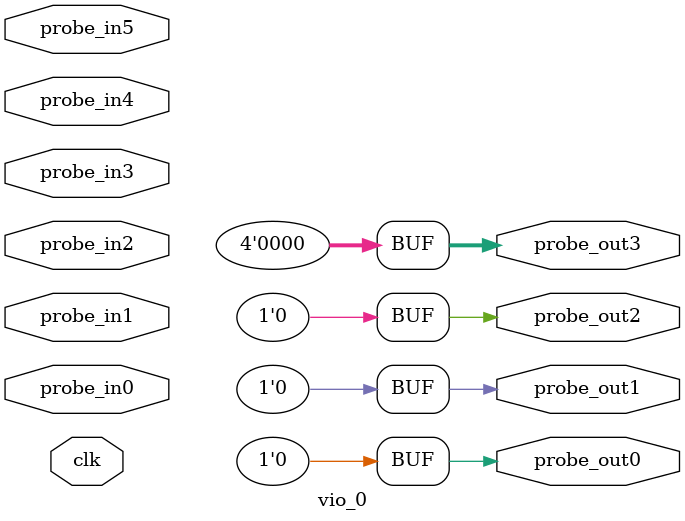
<source format=v>
`timescale 1ns / 1ps
module vio_0 (
clk,
probe_in0,probe_in1,probe_in2,probe_in3,probe_in4,probe_in5,
probe_out0,
probe_out1,
probe_out2,
probe_out3
);

input clk;
input [3 : 0] probe_in0;
input [0 : 0] probe_in1;
input [0 : 0] probe_in2;
input [0 : 0] probe_in3;
input [0 : 0] probe_in4;
input [3 : 0] probe_in5;

output reg [0 : 0] probe_out0 = 'h0 ;
output reg [0 : 0] probe_out1 = 'h0 ;
output reg [0 : 0] probe_out2 = 'h0 ;
output reg [3 : 0] probe_out3 = 'h0 ;


endmodule

</source>
